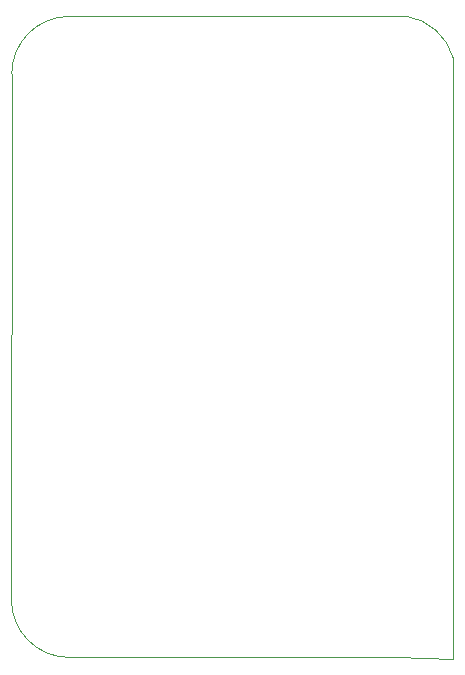
<source format=gbr>
%TF.GenerationSoftware,KiCad,Pcbnew,8.0.5*%
%TF.CreationDate,2026-01-02T18:08:47-06:00*%
%TF.ProjectId,FOC_DV,464f435f-4456-42e6-9b69-6361645f7063,rev?*%
%TF.SameCoordinates,PX7735940PY6422c40*%
%TF.FileFunction,Profile,NP*%
%FSLAX46Y46*%
G04 Gerber Fmt 4.6, Leading zero omitted, Abs format (unit mm)*
G04 Created by KiCad (PCBNEW 8.0.5) date 2026-01-02 18:08:47*
%MOMM*%
%LPD*%
G01*
G04 APERTURE LIST*
%TA.AperFunction,Profile*%
%ADD10C,0.050000*%
%TD*%
G04 APERTURE END LIST*
D10*
X42000000Y1000000D02*
X42031234Y51808548D01*
X42000000Y1000000D02*
X37200000Y1100000D01*
X38000000Y55399999D02*
G75*
G02*
X42031233Y51808548I-750000J-4899999D01*
G01*
X9500000Y1100000D02*
X37200000Y1100000D01*
X9500000Y1100000D02*
G75*
G02*
X4600000Y6000000I0J4900000D01*
G01*
X4626933Y50500000D02*
G75*
G02*
X9398000Y55371999I4873067J0D01*
G01*
X9398000Y55372000D02*
X38000000Y55399999D01*
X4626933Y50500000D02*
X4600000Y6000000D01*
M02*

</source>
